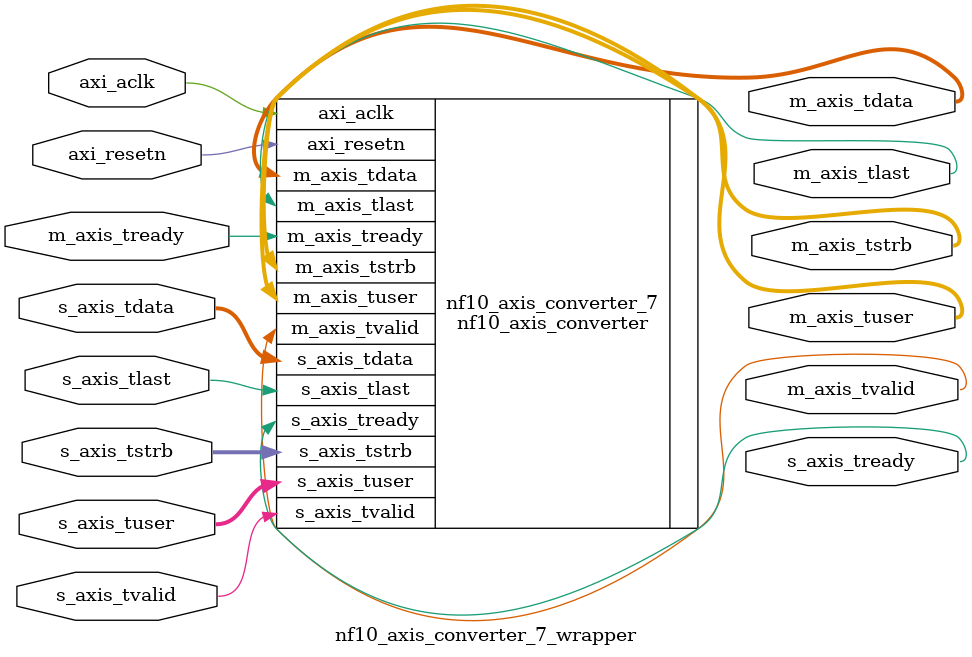
<source format=v>

module nf10_axis_converter_7_wrapper
  (
    axi_aclk,
    axi_resetn,
    m_axis_tdata,
    m_axis_tstrb,
    m_axis_tuser,
    m_axis_tvalid,
    m_axis_tready,
    m_axis_tlast,
    s_axis_tdata,
    s_axis_tstrb,
    s_axis_tuser,
    s_axis_tvalid,
    s_axis_tready,
    s_axis_tlast
  );
  input axi_aclk;
  input axi_resetn;
  output [63:0] m_axis_tdata;
  output [7:0] m_axis_tstrb;
  output [127:0] m_axis_tuser;
  output m_axis_tvalid;
  input m_axis_tready;
  output m_axis_tlast;
  input [255:0] s_axis_tdata;
  input [31:0] s_axis_tstrb;
  input [127:0] s_axis_tuser;
  input s_axis_tvalid;
  output s_axis_tready;
  input s_axis_tlast;

  nf10_axis_converter
    #(
      .C_M_AXIS_DATA_WIDTH ( 64 ),
      .C_S_AXIS_DATA_WIDTH ( 256 ),
      .C_M_AXIS_TUSER_WIDTH ( 128 ),
      .C_S_AXIS_TUSER_WIDTH ( 128 ),
      .C_LEN_WIDTH ( 16 ),
      .C_SPT_WIDTH ( 8 ),
      .C_DPT_WIDTH ( 8 ),
      .C_DEFAULT_VALUE_ENABLE ( 0 ),
      .C_DEFAULT_SRC_PORT ( 8'h00 ),
      .C_DEFAULT_DST_PORT ( 8'h00 )
    )
    nf10_axis_converter_7 (
      .axi_aclk ( axi_aclk ),
      .axi_resetn ( axi_resetn ),
      .m_axis_tdata ( m_axis_tdata ),
      .m_axis_tstrb ( m_axis_tstrb ),
      .m_axis_tuser ( m_axis_tuser ),
      .m_axis_tvalid ( m_axis_tvalid ),
      .m_axis_tready ( m_axis_tready ),
      .m_axis_tlast ( m_axis_tlast ),
      .s_axis_tdata ( s_axis_tdata ),
      .s_axis_tstrb ( s_axis_tstrb ),
      .s_axis_tuser ( s_axis_tuser ),
      .s_axis_tvalid ( s_axis_tvalid ),
      .s_axis_tready ( s_axis_tready ),
      .s_axis_tlast ( s_axis_tlast )
    );

endmodule


</source>
